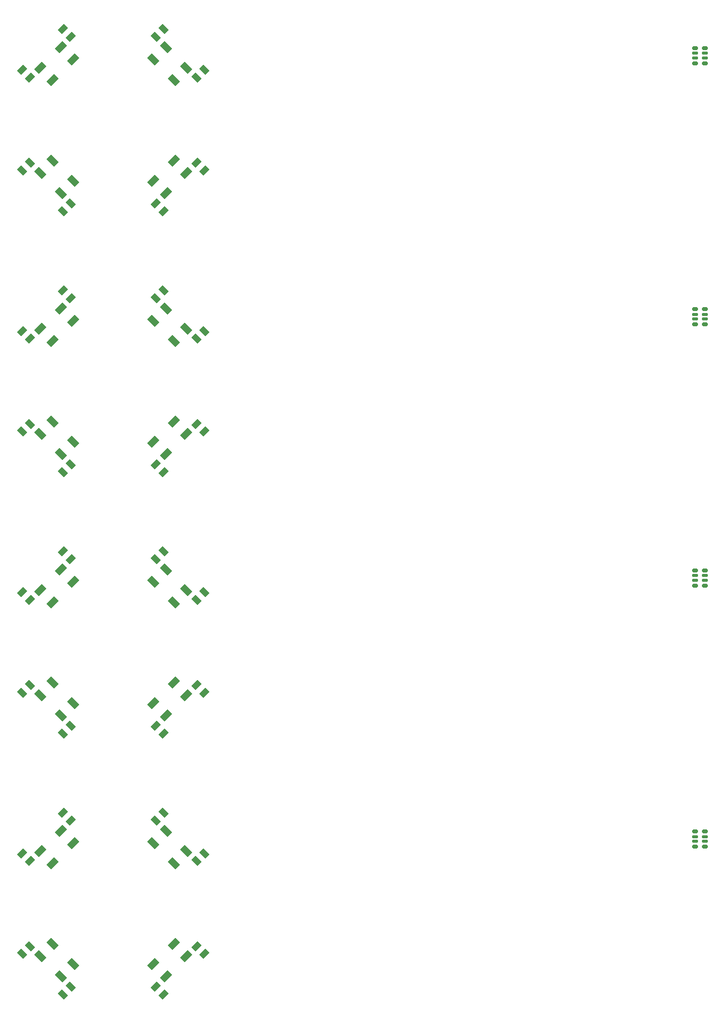
<source format=gbr>
G04 Panel Editor  V10.9 (Build 658) Date:  Fri Apr 01 11:37:23 2016 *
G04 Database: D:\work\gerber\dbr-s64-r01 1x4 panel\dbr-s64-r01.cam *
G04 Layer 12: paste-bottom *
%FSTAX44Y44*%
%MOMM*%
%SFA1.000B1.000*%

%MIA0B0*%
%IPPOS*%
%AMROUNDEDRECTD19*
20,1,0.35000,-0.50000,0.00000,0.50000,0.00000,0.00000*
20,1,0.70000,-0.32500,0.00000,0.32500,0.00000,0.00000*
1,1,0.35000,0.32500,-0.17500*
1,1,0.35000,-0.32500,-0.17500*
1,1,0.35000,-0.32500,0.17500*
1,1,0.35000,0.32500,0.17500*
%
%AMROTATEDRECTD70*
4,1,4,-0.86620,0.15910,-0.15910,0.86620,0.86620,-0.15910,0.15910,-0.86620,-0.86620,0.15910,0.00000*
%
%AMROTATEDRECTD71*
4,1,4,-0.15910,-0.86620,-0.86620,-0.15910,0.15910,0.86620,0.86620,0.15910,-0.15910,-0.86620,0.00000*
%
%AMROUNDEDRECTD20*
20,1,0.25000,-0.50000,0.00000,0.50000,0.00000,0.00000*
20,1,0.50000,-0.37500,0.00000,0.37500,0.00000,0.00000*
1,1,0.25000,0.37500,-0.12500*
1,1,0.25000,-0.37500,-0.12500*
1,1,0.25000,-0.37500,0.12500*
1,1,0.25000,0.37500,0.12500*
%
%AMROTATEDRECTD68*
4,1,4,-0.22980,-1.04300,-1.04300,-0.22980,0.22980,1.04300,1.04300,0.22980,-0.22980,-1.04300,0.00000*
%
%AMROTATEDRECTD69*
4,1,4,-1.04300,0.22980,-0.22980,1.04300,1.04300,-0.22980,0.22980,-1.04300,-1.04300,0.22980,0.00000*
%
%ADD19ROUNDEDRECTD19*%
%ADD70ROTATEDRECTD70*%
%ADD71ROTATEDRECTD71*%
%ADD20ROUNDEDRECTD20*%
%ADD68ROTATEDRECTD68*%
%ADD69ROTATEDRECTD69*%
%LNpaste-bottom*%
%LPD*%
G54D19*
X01839496Y00404236D03*
Y00854236D03*
Y01304236D03*
Y01754236D03*
Y00378236D03*
Y00828236D03*
Y01278236D03*
Y01728236D03*
X01822496Y00378236D03*
Y00828236D03*
Y01278236D03*
Y01728236D03*
Y00404236D03*
Y00854236D03*
Y01304236D03*
Y01754236D03*
G54D20*
X01839496Y00395236D03*
Y00845236D03*
Y01295236D03*
Y01745236D03*
Y00387236D03*
Y00837236D03*
Y01287236D03*
Y01737236D03*
X01822496Y00387233D03*
Y00837233D03*
Y01287233D03*
Y01737233D03*
Y00395236D03*
Y00845236D03*
Y01295236D03*
Y01745236D03*
G54D68*
X00924393Y00210606D03*
Y00660606D03*
Y01110606D03*
Y01560606D03*
X00945606Y00189393D03*
Y00639393D03*
Y01089393D03*
Y01539393D03*
X00889393Y00175606D03*
Y00625606D03*
Y01075606D03*
Y01525606D03*
X00910606Y00154393D03*
Y00604393D03*
Y01054393D03*
Y01504393D03*
X00715606Y00349393D03*
Y00799393D03*
Y01249393D03*
Y01699393D03*
X00694393Y00370606D03*
Y00820606D03*
Y01270606D03*
Y01720606D03*
X00750606Y00384393D03*
Y00834393D03*
Y01284393D03*
Y01734393D03*
X00729393Y00405606D03*
Y00855606D03*
Y01305606D03*
Y01755606D03*
G54D69*
X00750606Y00175606D03*
Y00625606D03*
Y01075606D03*
Y01525606D03*
X00729393Y00154393D03*
Y00604393D03*
Y01054393D03*
Y01504393D03*
X00715606Y00210606D03*
Y00660606D03*
Y01110606D03*
Y01560606D03*
X00694393Y00189393D03*
Y00639393D03*
Y01089393D03*
Y01539393D03*
X00924393Y00349393D03*
Y00799393D03*
Y01249393D03*
Y01699393D03*
X00945606Y00370606D03*
Y00820606D03*
Y01270606D03*
Y01720606D03*
X00889393Y00384393D03*
Y00834393D03*
Y01284393D03*
Y01734393D03*
X00910606Y00405606D03*
Y00855606D03*
Y01305606D03*
Y01755606D03*
G54D70*
X00976717Y00366717D03*
Y00816717D03*
Y01266717D03*
Y01716717D03*
X00963282Y00353282D03*
Y00803282D03*
Y01253282D03*
Y01703282D03*
X00906717Y00436717D03*
Y00886717D03*
Y01336717D03*
Y01786717D03*
X00893282Y00423282D03*
Y00873282D03*
Y01323282D03*
Y01773282D03*
X00733282Y00123282D03*
Y00573282D03*
Y01023282D03*
Y01473282D03*
X00746717Y00136717D03*
Y00586717D03*
Y01036717D03*
Y01486717D03*
X00663282Y00193282D03*
Y00643282D03*
Y01093282D03*
Y01543282D03*
X00676717Y00206717D03*
Y00656717D03*
Y01106717D03*
Y01556717D03*
G54D71*
X00663282Y00366717D03*
Y00816717D03*
Y01266717D03*
Y01716717D03*
X00676717Y00353282D03*
Y00803282D03*
Y01253282D03*
Y01703282D03*
X00733282Y00436717D03*
Y00886717D03*
Y01336717D03*
Y01786717D03*
X00746717Y00423282D03*
Y00873282D03*
Y01323282D03*
Y01773282D03*
X00976717Y00193282D03*
Y00643282D03*
Y01093282D03*
Y01543282D03*
X00963282Y00206717D03*
Y00656717D03*
Y01106717D03*
Y01556717D03*
X00906717Y00123282D03*
Y00573282D03*
Y01023282D03*
Y01473282D03*
X00893282Y00136717D03*
Y00586717D03*
Y01036717D03*
Y01486717D03*
M02*

</source>
